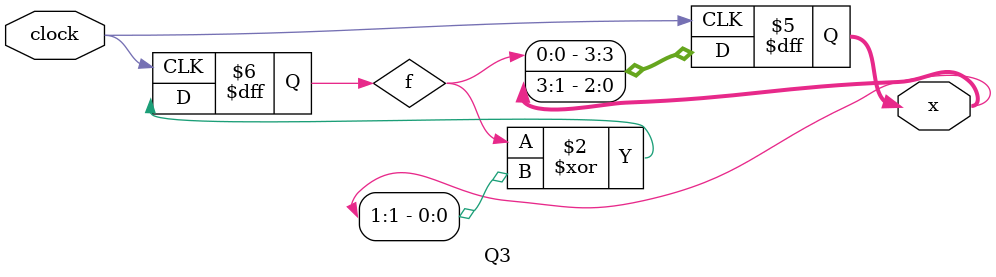
<source format=v>
`timescale 1ns / 1ps
module Q3(x, clock);
    parameter f0 = 1;
    input clock;
    output [3:0] x;
    reg [3:0] x = 4'h0;
    reg f = f0;
    always @(posedge clock)
    begin
        x[0] = x[1];
        x[1] = x[2];
        x[2] = x[3];
        x[3] = f;
        f = x[3] ^ x[0];
    end
endmodule

</source>
